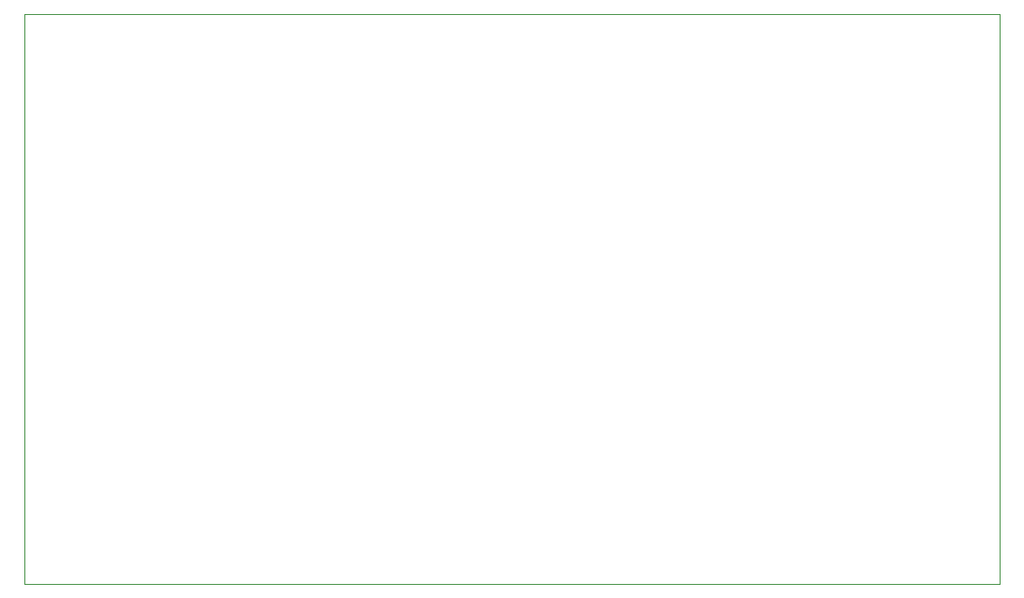
<source format=gbr>
%TF.GenerationSoftware,Altium Limited,Altium Designer,25.1.2 (22)*%
G04 Layer_Color=0*
%FSLAX45Y45*%
%MOMM*%
%TF.SameCoordinates,C88AD1CA-9631-45E4-BC86-71C5CE7D1C25*%
%TF.FilePolarity,Positive*%
%TF.FileFunction,Profile,NP*%
%TF.Part,Single*%
G01*
G75*
%TA.AperFunction,Profile*%
%ADD39C,0.02540*%
D39*
X330200Y330200D02*
X9131300D01*
Y5473700D01*
X330200D01*
Y330200D01*
%TF.MD5,e972d4ff99eeeca36bf2b2fc93ba7111*%
M02*

</source>
